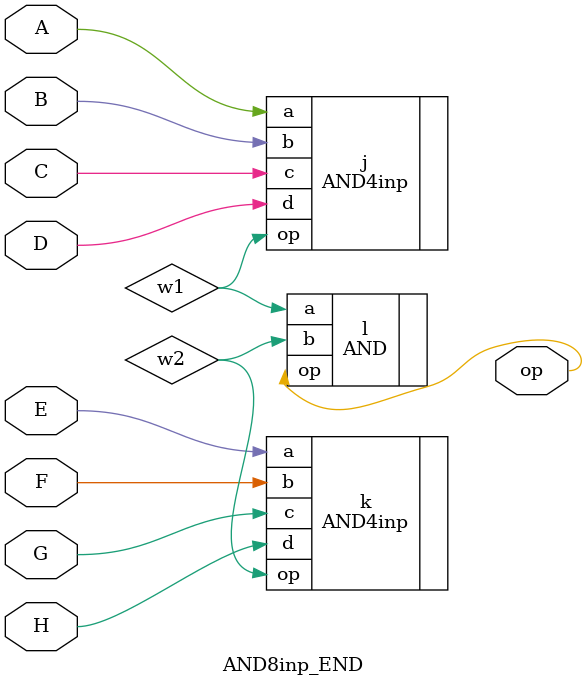
<source format=v>
`timescale 1ns / 1ps

module AND8inp_END(
    input A,
    input B,
    input C,
    input D,
    input E,
    input F,
    input G,
    input H,
    output op
    );
    wire w1,w2;
    AND4inp j(.a(A), .b(B), .c(C), .d(D), .op(w1));
    AND4inp k(.a(E), .b(F), .c(G), .d(H), .op(w2));
    AND l(.a(w1), .b(w2),  .op(op));
endmodule

</source>
